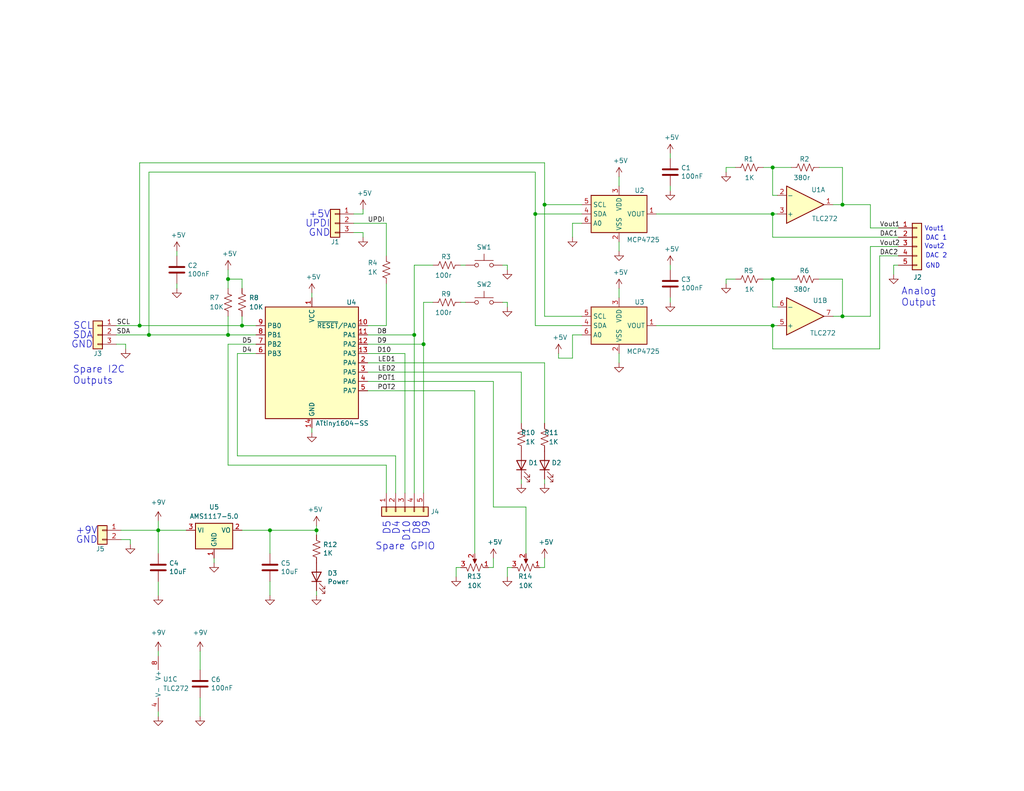
<source format=kicad_sch>
(kicad_sch (version 20250114) (generator "eeschema") (generator_version "9.0")
  (paper "USLetter")
  (title_block (title "ATTiny LFO") (date "2025-05-06") (rev "1") (company "Gadget Reboot") (comment 1 "https://www.youtube.com/gadgetreboot") (comment 2 "https://github.com/GadgetReboot/ATTiny_LFO"))
  (lib_symbols
    (symbol "Amplifier_Operational:TL072" (pin_names (offset 0.127))
      (property "Reference" "U" (at 0 5.08 0))
      (property "Value" "TL072" (at 0 -5.08 0))
      (symbol "TL072_1_1"
        (polyline (pts (xy -5.08 5.08) (xy 5.08 0) (xy -5.08 -5.08) (xy -5.08 5.08)) (stroke (width 0.254)) (fill (type background)))
        (pin input line (at -7.62 2.54 0) (length 2.54) (name "+") (number "3"))
        (pin input line (at -7.62 -2.54 0) (length 2.54) (name "-") (number "2"))
        (pin output line (at 7.62 0 180) (length 2.54) (name "~") (number "1"))
      )
      (symbol "TL072_2_1"
        (polyline (pts (xy -5.08 5.08) (xy 5.08 0) (xy -5.08 -5.08) (xy -5.08 5.08)) (stroke (width 0.254)) (fill (type background)))
        (pin input line (at -7.62 2.54 0) (length 2.54) (name "+") (number "5"))
        (pin input line (at -7.62 -2.54 0) (length 2.54) (name "-") (number "6"))
        (pin output line (at 7.62 0 180) (length 2.54) (name "~") (number "7"))
      )
      (symbol "TL072_3_1"
        (pin power_in line (at -2.54 7.62 270) (length 3.81) (name "V+") (number "8"))
        (pin power_in line (at -2.54 -7.62 90) (length 3.81) (name "V-") (number "4"))
      )
    )
    (symbol "Analog_DAC:MCP4725xxx-xCH"
      (property "Reference" "U" (at -6.35 6.35 0))
      (property "Value" "MCP4725xxx-xCH" (at 8.89 6.35 0))
      (symbol "MCP4725xxx-xCH_0_1"
        (rectangle (start -7.62 5.08) (end 7.62 -5.08) (stroke (width 0.254)) (fill (type background)))
      )
      (symbol "MCP4725xxx-xCH_1_1"
        (pin input line (at -10.16 2.54 0) (length 2.54) (name "SCL") (number "5"))
        (pin bidirectional line (at -10.16 0 0) (length 2.54) (name "SDA") (number "4"))
        (pin input line (at -10.16 -2.54 0) (length 2.54) (name "A0") (number "6"))
        (pin power_in line (at 0 7.62 270) (length 2.54) (name "VDD") (number "3"))
        (pin power_in line (at 0 -7.62 90) (length 2.54) (name "VSS") (number "2"))
        (pin output line (at 10.16 0 180) (length 2.54) (name "VOUT") (number "1"))
      )
    )
    (symbol "Connector_Generic:Conn_01x02" (pin_names (offset 1.016) (hide yes))
      (property "Reference" "J" (at 0 2.54 0))
      (property "Value" "Conn_01x02" (at 0 -5.08 0))
      (symbol "Conn_01x02_1_1"
        (rectangle (start -1.27 1.27) (end 1.27 -3.81) (stroke (width 0.254)) (fill (type background)))
        (rectangle (start -1.27 0.127) (end 0 -0.127) (stroke (width 0.1524)))
        (rectangle (start -1.27 -2.413) (end 0 -2.667) (stroke (width 0.1524)))
        (pin passive line (at -5.08 0 0) (length 3.81) (name "Pin_1") (number "1"))
        (pin passive line (at -5.08 -2.54 0) (length 3.81) (name "Pin_2") (number "2"))
      )
    )
    (symbol "Connector_Generic:Conn_01x03" (pin_names (offset 1.016) (hide yes))
      (property "Reference" "J" (at 0 5.08 0))
      (property "Value" "Conn_01x03" (at 0 -5.08 0))
      (symbol "Conn_01x03_1_1"
        (rectangle (start -1.27 3.81) (end 1.27 -3.81) (stroke (width 0.254)) (fill (type background)))
        (rectangle (start -1.27 2.667) (end 0 2.413) (stroke (width 0.1524)))
        (rectangle (start -1.27 0.127) (end 0 -0.127) (stroke (width 0.1524)))
        (rectangle (start -1.27 -2.413) (end 0 -2.667) (stroke (width 0.1524)))
        (pin passive line (at -5.08 2.54 0) (length 3.81) (name "Pin_1") (number "1"))
        (pin passive line (at -5.08 0 0) (length 3.81) (name "Pin_2") (number "2"))
        (pin passive line (at -5.08 -2.54 0) (length 3.81) (name "Pin_3") (number "3"))
      )
    )
    (symbol "Connector_Generic:Conn_01x05" (pin_names (offset 1.016) (hide yes))
      (property "Reference" "J" (at 0 7.62 0))
      (property "Value" "Conn_01x05" (at 0 -7.62 0))
      (symbol "Conn_01x05_1_1"
        (rectangle (start -1.27 6.35) (end 1.27 -6.35) (stroke (width 0.254)) (fill (type background)))
        (rectangle (start -1.27 5.207) (end 0 4.953) (stroke (width 0.1524)))
        (rectangle (start -1.27 2.667) (end 0 2.413) (stroke (width 0.1524)))
        (rectangle (start -1.27 0.127) (end 0 -0.127) (stroke (width 0.1524)))
        (rectangle (start -1.27 -2.413) (end 0 -2.667) (stroke (width 0.1524)))
        (rectangle (start -1.27 -4.953) (end 0 -5.207) (stroke (width 0.1524)))
        (pin passive line (at -5.08 5.08 0) (length 3.81) (name "Pin_1") (number "1"))
        (pin passive line (at -5.08 2.54 0) (length 3.81) (name "Pin_2") (number "2"))
        (pin passive line (at -5.08 0 0) (length 3.81) (name "Pin_3") (number "3"))
        (pin passive line (at -5.08 -2.54 0) (length 3.81) (name "Pin_4") (number "4"))
        (pin passive line (at -5.08 -5.08 0) (length 3.81) (name "Pin_5") (number "5"))
      )
    )
    (symbol "Device:C" (pin_numbers (hide yes)) (pin_names (offset 0.254))
      (property "Reference" "C" (at 0.635 2.54 0))
      (property "Value" "C" (at 0.635 -2.54 0))
      (symbol "C_0_1"
        (polyline (pts (xy -2.032 0.762) (xy 2.032 0.762)) (stroke (width 0.508)))
        (polyline (pts (xy -2.032 -0.762) (xy 2.032 -0.762)) (stroke (width 0.508)))
      )
      (symbol "C_1_1"
        (pin passive line (at 0 3.81 270) (length 2.794) (name "~") (number "1"))
        (pin passive line (at 0 -3.81 90) (length 2.794) (name "~") (number "2"))
      )
    )
    (symbol "Device:LED" (pin_numbers (hide yes)) (pin_names (offset 1.016) (hide yes))
      (property "Reference" "D" (at 0 2.54 0))
      (property "Value" "LED" (at 0 -2.54 0))
      (symbol "LED_0_1"
        (polyline (pts (xy -3.048 -0.762) (xy -4.572 -2.286) (xy -3.81 -2.286) (xy -4.572 -2.286) (xy -4.572 -1.524)))
        (polyline (pts (xy -1.778 -0.762) (xy -3.302 -2.286) (xy -2.54 -2.286) (xy -3.302 -2.286) (xy -3.302 -1.524)))
        (polyline (pts (xy -1.27 0) (xy 1.27 0)))
        (polyline (pts (xy -1.27 -1.27) (xy -1.27 1.27)) (stroke (width 0.254)))
        (polyline (pts (xy 1.27 -1.27) (xy 1.27 1.27) (xy -1.27 0) (xy 1.27 -1.27)) (stroke (width 0.254)))
      )
      (symbol "LED_1_1"
        (pin passive line (at -3.81 0 0) (length 2.54) (name "K") (number "1"))
        (pin passive line (at 3.81 0 180) (length 2.54) (name "A") (number "2"))
      )
    )
    (symbol "Device:R_POT_US" (pin_names (offset 1.016) (hide yes))
      (property "Reference" "RV" (at -4.445 0 90))
      (property "Value" "Device_R_POT_US" (at -2.54 0 90))
      (symbol "R_POT_US_0_1"
        (polyline (pts (xy 0 2.54) (xy 0 2.286)))
        (polyline (pts (xy 0 2.286) (xy 1.016 1.905) (xy 0 1.524) (xy -1.016 1.143) (xy 0 0.762)))
        (polyline (pts (xy 0 0.762) (xy 1.016 0.381) (xy 0 0) (xy -1.016 -0.381) (xy 0 -0.762)))
        (polyline (pts (xy 0 -0.762) (xy 1.016 -1.143) (xy 0 -1.524) (xy -1.016 -1.905) (xy 0 -2.286)))
        (polyline (pts (xy 0 -2.286) (xy 0 -2.54)))
        (polyline (pts (xy 1.143 0) (xy 2.286 0.508) (xy 2.286 -0.508) (xy 1.143 0)) (fill (type outline)))
        (polyline (pts (xy 2.54 0) (xy 1.524 0)))
      )
      (symbol "R_POT_US_1_1"
        (pin passive line (at 0 3.81 270) (length 1.27) (name "1") (number "1"))
        (pin passive line (at 0 -3.81 90) (length 1.27) (name "3") (number "3"))
        (pin passive line (at 3.81 0 180) (length 1.27) (name "2") (number "2"))
      )
    )
    (symbol "Device:R_US" (pin_numbers (hide yes)) (pin_names (offset 0))
      (property "Reference" "R" (at 2.54 0 90))
      (property "Value" "R_US" (at -2.54 0 90))
      (symbol "R_US_0_1"
        (polyline (pts (xy 0 2.286) (xy 0 2.54)))
        (polyline (pts (xy 0 2.286) (xy 1.016 1.905) (xy 0 1.524) (xy -1.016 1.143) (xy 0 0.762)))
        (polyline (pts (xy 0 0.762) (xy 1.016 0.381) (xy 0 0) (xy -1.016 -0.381) (xy 0 -0.762)))
        (polyline (pts (xy 0 -0.762) (xy 1.016 -1.143) (xy 0 -1.524) (xy -1.016 -1.905) (xy 0 -2.286)))
        (polyline (pts (xy 0 -2.286) (xy 0 -2.54)))
      )
      (symbol "R_US_1_1"
        (pin passive line (at 0 3.81 270) (length 1.27) (name "~") (number "1"))
        (pin passive line (at 0 -3.81 90) (length 1.27) (name "~") (number "2"))
      )
    )
    (symbol "GR_555_Noise_Box-rescue:+5V-power" (power) (pin_names (offset 0))
      (property "Value" "power_+5V" (at 0 3.556 0))
      (symbol "+5V-power_0_1"
        (polyline (pts (xy -0.762 1.27) (xy 0 2.54)))
        (polyline (pts (xy 0 2.54) (xy 0.762 1.27)))
        (polyline (pts (xy 0 0) (xy 0 2.54)))
      )
      (symbol "+5V-power_1_1"
        (pin power_in line (at 0 0 90) (length 0) (hide yes) (name "+5V") (number "1"))
      )
    )
    (symbol "GR_555_Noise_Box-rescue:ATtiny804-SS-MCU_Microchip_ATtiny"
      (property "Reference" "U" (at -12.7 16.51 0))
      (property "Value" "MCU_Microchip_ATtiny_ATtiny804-SS" (at 2.54 -16.51 0))
      (symbol "ATtiny804-SS-MCU_Microchip_ATtiny_0_1"
        (rectangle (start -12.7 -15.24) (end 12.7 15.24) (stroke (width 0.254)) (fill (type background)))
      )
      (symbol "ATtiny804-SS-MCU_Microchip_ATtiny_1_1"
        (pin tri_state line (at -15.24 10.16 0) (length 2.54) (name "PB0") (number "9"))
        (pin tri_state line (at -15.24 7.62 0) (length 2.54) (name "PB1") (number "8"))
        (pin tri_state line (at -15.24 5.08 0) (length 2.54) (name "PB2") (number "7"))
        (pin tri_state line (at -15.24 2.54 0) (length 2.54) (name "PB3") (number "6"))
        (pin power_in line (at 0 17.78 270) (length 2.54) (name "VCC") (number "1"))
        (pin power_in line (at 0 -17.78 90) (length 2.54) (name "GND") (number "14"))
        (pin tri_state line (at 15.24 10.16 180) (length 2.54) (name "~{RESET}/PA0") (number "10"))
        (pin tri_state line (at 15.24 7.62 180) (length 2.54) (name "PA1") (number "11"))
        (pin tri_state line (at 15.24 5.08 180) (length 2.54) (name "PA2") (number "12"))
        (pin tri_state line (at 15.24 2.54 180) (length 2.54) (name "PA3") (number "13"))
        (pin tri_state line (at 15.24 0 180) (length 2.54) (name "PA4") (number "2"))
        (pin tri_state line (at 15.24 -2.54 180) (length 2.54) (name "PA5") (number "3"))
        (pin tri_state line (at 15.24 -5.08 180) (length 2.54) (name "PA6") (number "4"))
        (pin tri_state line (at 15.24 -7.62 180) (length 2.54) (name "PA7") (number "5"))
      )
    )
    (symbol "GR_555_Noise_Box-rescue:GND-power" (power) (pin_names (offset 0))
      (property "Value" "power_GND" (at 0 -3.81 0))
      (symbol "GND-power_0_1"
        (polyline (pts (xy 0 0) (xy 0 -1.27) (xy 1.27 -1.27) (xy 0 -2.54) (xy -1.27 -1.27) (xy 0 -1.27)))
      )
      (symbol "GND-power_1_1"
        (pin power_in line (at 0 0 270) (length 0) (hide yes) (name "GND") (number "1"))
      )
    )
    (symbol "Regulator_Linear:AMS1117-5.0"
      (property "Reference" "U" (at -3.81 3.175 0))
      (property "Value" "AMS1117-5.0" (at 0 3.175 0))
      (symbol "AMS1117-5.0_0_1"
        (rectangle (start -5.08 -5.08) (end 5.08 1.905) (stroke (width 0.254)) (fill (type background)))
      )
      (symbol "AMS1117-5.0_1_1"
        (pin power_in line (at -7.62 0 0) (length 2.54) (name "VI") (number "3"))
        (pin power_in line (at 0 -7.62 90) (length 2.54) (name "GND") (number "1"))
        (pin power_out line (at 7.62 0 180) (length 2.54) (name "VO") (number "2"))
      )
    )
    (symbol "Switch:SW_Push" (pin_numbers (hide yes)) (pin_names (offset 1.016) (hide yes))
      (property "Reference" "SW" (at 1.27 2.54 0))
      (property "Value" "SW_Push" (at 0 -1.524 0))
      (symbol "SW_Push_0_1"
        (circle (center -2.032 0) (radius 0.508))
        (polyline (pts (xy 0 1.27) (xy 0 3.048)))
        (circle (center 2.032 0) (radius 0.508))
        (polyline (pts (xy 2.54 1.27) (xy -2.54 1.27)))
        (pin passive line (at -5.08 0 0) (length 2.54) (name "1") (number "1"))
        (pin passive line (at 5.08 0 180) (length 2.54) (name "2") (number "2"))
      )
    )
    (symbol "power:+9V" (power) (pin_numbers (hide yes)) (pin_names (offset 0) (hide yes))
      (property "Value" "+9V" (at 0 3.556 0))
      (symbol "+9V_0_1"
        (polyline (pts (xy -0.762 1.27) (xy 0 2.54)))
        (polyline (pts (xy 0 2.54) (xy 0.762 1.27)))
        (polyline (pts (xy 0 0) (xy 0 2.54)))
      )
      (symbol "+9V_1_1"
        (pin power_in line (at 0 0 90) (length 0) (name "~") (number "1"))
      )
    )
  )
  (text "D5" (at 106.68 142.24 90) (effects (font (size 1.905 1.905)) (justify right bottom)))
  (text "D9" (at 117.348 142.24 90) (effects (font (size 1.905 1.905)) (justify right bottom)))
  (text "UPDI" (at 90.17 62.23 0) (effects (font (size 1.905 1.905)) (justify right bottom)))
  (text "GND" (at 90.17 64.77 0) (effects (font (size 1.905 1.905)) (justify right bottom)))
  (text "Spare GPIO" (at 102.362 150.368 0) (effects (font (size 1.905 1.905)) (justify left bottom)))
  (text "+5V" (at 90.17 59.69 0) (effects (font (size 1.905 1.905)) (justify right bottom)))
  (text "SDA" (at 25.4 92.71 0) (effects (font (size 1.905 1.905)) (justify right bottom)))
  (text "+9V" (at 26.67 146.05 0) (effects (font (size 1.905 1.905)) (justify right bottom)))
  (text "D4" (at 109.22 142.24 90) (effects (font (size 1.905 1.905)) (justify right bottom)))
  (text "Spare I2C \nOutputs" (at 19.812 105.156 0) (effects (font (size 1.905 1.905)) (justify left bottom)))
  (text "DAC 2" (at 252.476 70.612 0) (effects (font (size 1.27 1.27)) (justify left bottom)))
  (text "D10" (at 112.014 142.24 90) (effects (font (size 1.905 1.905)) (justify right bottom)))
  (text "Vout2\n" (at 252.222 68.072 0) (effects (font (size 1.27 1.27)) (justify left bottom)))
  (text "Vout1" (at 252.222 63.246 0) (effects (font (size 1.27 1.27)) (justify left bottom)))
  (text "DAC 1" (at 252.476 65.786 0) (effects (font (size 1.27 1.27)) (justify left bottom)))
  (text "SCL" (at 25.4 90.17 0) (effects (font (size 1.905 1.905)) (justify right bottom)))
  (text "Analog \nOutput" (at 245.872 83.82 0) (effects (font (size 1.905 1.905)) (justify left bottom)))
  (text "GND" (at 252.476 73.406 0) (effects (font (size 1.27 1.27)) (justify left bottom)))
  (text "D8" (at 114.808 142.24 90) (effects (font (size 1.905 1.905)) (justify right bottom)))
  (text "GND" (at 25.4 95.25 0) (effects (font (size 1.905 1.905)) (justify right bottom)))
  (text "GND" (at 26.67 148.59 0) (effects (font (size 1.905 1.905)) (justify right bottom)))
  (junction (at 40.64 91.44))
  (junction (at 113.03 91.44))
  (junction (at 115.57 93.98))
  (junction (at 62.23 76.2))
  (junction (at 146.05 58.42))
  (junction (at 38.1 88.9))
  (junction (at 229.87 86.36))
  (junction (at 210.82 58.42))
  (junction (at 210.82 76.2))
  (junction (at 229.87 55.88))
  (junction (at 148.59 55.88))
  (junction (at 86.36 144.78))
  (junction (at 62.23 91.44))
  (junction (at 210.82 45.72))
  (junction (at 210.82 88.9))
  (junction (at 73.66 144.78))
  (junction (at 43.18 144.78))
  (junction (at 66.04 88.9))
  (wire (pts (xy 148.59 86.36) (xy 148.59 55.88)))
  (wire (pts (xy 31.75 88.9) (xy 38.1 88.9)))
  (wire (pts (xy 113.03 91.44) (xy 113.03 72.39)))
  (wire (pts (xy 210.82 64.77) (xy 210.82 58.42)))
  (wire (pts (xy 182.88 50.8) (xy 182.88 52.07)))
  (wire (pts (xy 210.82 88.9) (xy 212.09 88.9)))
  (wire (pts (xy 158.75 91.44) (xy 156.21 91.44)))
  (wire (pts (xy 38.1 88.9) (xy 66.04 88.9)))
  (wire (pts (xy 245.11 67.31) (xy 237.49 67.31)))
  (wire (pts (xy 66.04 76.2) (xy 66.04 78.74)))
  (wire (pts (xy 54.61 190.5) (xy 54.61 195.58)))
  (wire (pts (xy 148.59 55.88) (xy 148.59 44.45)))
  (wire (pts (xy 245.11 69.85) (xy 240.03 69.85)))
  (wire (pts (xy 148.59 115.57) (xy 148.59 99.06)))
  (wire (pts (xy 137.16 82.55) (xy 138.43 82.55)))
  (wire (pts (xy 210.82 58.42) (xy 212.09 58.42)))
  (wire (pts (xy 86.36 144.78) (xy 86.36 146.05)))
  (wire (pts (xy 158.75 60.96) (xy 156.21 60.96)))
  (wire (pts (xy 100.33 91.44) (xy 113.03 91.44)))
  (wire (pts (xy 125.73 82.55) (xy 127 82.55)))
  (wire (pts (xy 43.18 144.78) (xy 50.8 144.78)))
  (wire (pts (xy 85.09 118.11) (xy 85.09 116.84)))
  (wire (pts (xy 143.51 151.13) (xy 143.51 138.43)))
  (wire (pts (xy 129.54 151.13) (xy 129.54 106.68)))
  (wire (pts (xy 110.49 134.62) (xy 110.49 96.52)))
  (wire (pts (xy 100.33 99.06) (xy 148.59 99.06)))
  (wire (pts (xy 125.73 72.39) (xy 127 72.39)))
  (wire (pts (xy 198.12 45.72) (xy 198.12 46.99)))
  (wire (pts (xy 99.06 57.15) (xy 99.06 58.42)))
  (wire (pts (xy 66.04 76.2) (xy 62.23 76.2)))
  (wire (pts (xy 152.4 97.79) (xy 152.4 96.52)))
  (wire (pts (xy 146.05 46.99) (xy 40.64 46.99)))
  (wire (pts (xy 156.21 91.44) (xy 156.21 97.79)))
  (wire (pts (xy 43.18 177.8) (xy 43.18 179.07)))
  (wire (pts (xy 100.33 93.98) (xy 115.57 93.98)))
  (wire (pts (xy 237.49 62.23) (xy 237.49 55.88)))
  (wire (pts (xy 245.11 64.77) (xy 210.82 64.77)))
  (wire (pts (xy 31.75 93.98) (xy 34.29 93.98)))
  (wire (pts (xy 240.03 95.25) (xy 210.82 95.25)))
  (wire (pts (xy 237.49 86.36) (xy 229.87 86.36)))
  (wire (pts (xy 245.11 72.39) (xy 243.84 72.39)))
  (wire (pts (xy 115.57 93.98) (xy 115.57 82.55)))
  (wire (pts (xy 158.75 86.36) (xy 148.59 86.36)))
  (wire (pts (xy 38.1 44.45) (xy 38.1 88.9)))
  (wire (pts (xy 210.82 45.72) (xy 215.9 45.72)))
  (wire (pts (xy 142.24 132.08) (xy 142.24 130.81)))
  (wire (pts (xy 229.87 45.72) (xy 229.87 55.88)))
  (wire (pts (xy 179.07 58.42) (xy 210.82 58.42)))
  (wire (pts (xy 243.84 72.39) (xy 243.84 74.93)))
  (wire (pts (xy 208.28 76.2) (xy 210.82 76.2)))
  (wire (pts (xy 138.43 154.94) (xy 138.43 157.48)))
  (wire (pts (xy 182.88 73.66) (xy 182.88 72.39)))
  (wire (pts (xy 100.33 106.68) (xy 129.54 106.68)))
  (wire (pts (xy 69.85 91.44) (xy 62.23 91.44)))
  (wire (pts (xy 182.88 81.28) (xy 182.88 82.55)))
  (wire (pts (xy 54.61 177.8) (xy 54.61 182.88)))
  (wire (pts (xy 100.33 96.52) (xy 110.49 96.52)))
  (wire (pts (xy 210.82 45.72) (xy 210.82 53.34)))
  (wire (pts (xy 33.02 144.78) (xy 43.18 144.78)))
  (wire (pts (xy 69.85 88.9) (xy 66.04 88.9)))
  (wire (pts (xy 73.66 144.78) (xy 73.66 151.13)))
  (wire (pts (xy 142.24 101.6) (xy 142.24 115.57)))
  (wire (pts (xy 147.32 154.94) (xy 148.59 154.94)))
  (wire (pts (xy 34.29 93.98) (xy 34.29 95.25)))
  (wire (pts (xy 66.04 144.78) (xy 73.66 144.78)))
  (wire (pts (xy 43.18 142.24) (xy 43.18 144.78)))
  (wire (pts (xy 99.06 63.5) (xy 99.06 64.77)))
  (wire (pts (xy 146.05 46.99) (xy 146.05 58.42)))
  (wire (pts (xy 210.82 76.2) (xy 215.9 76.2)))
  (wire (pts (xy 115.57 93.98) (xy 115.57 134.62)))
  (wire (pts (xy 139.7 154.94) (xy 138.43 154.94)))
  (wire (pts (xy 200.66 45.72) (xy 198.12 45.72)))
  (wire (pts (xy 31.75 91.44) (xy 40.64 91.44)))
  (wire (pts (xy 85.09 80.01) (xy 85.09 81.28)))
  (wire (pts (xy 223.52 45.72) (xy 229.87 45.72)))
  (wire (pts (xy 96.52 60.96) (xy 105.41 60.96)))
  (wire (pts (xy 66.04 88.9) (xy 66.04 86.36)))
  (wire (pts (xy 99.06 58.42) (xy 96.52 58.42)))
  (wire (pts (xy 105.41 77.47) (xy 105.41 88.9)))
  (wire (pts (xy 148.59 132.08) (xy 148.59 130.81)))
  (wire (pts (xy 240.03 69.85) (xy 240.03 95.25)))
  (wire (pts (xy 86.36 144.78) (xy 86.36 143.51)))
  (wire (pts (xy 148.59 44.45) (xy 38.1 44.45)))
  (wire (pts (xy 107.95 124.46) (xy 64.77 124.46)))
  (wire (pts (xy 168.91 78.74) (xy 168.91 81.28)))
  (wire (pts (xy 137.16 72.39) (xy 138.43 72.39)))
  (wire (pts (xy 43.18 194.31) (xy 43.18 195.58)))
  (wire (pts (xy 182.88 43.18) (xy 182.88 41.91)))
  (wire (pts (xy 105.41 88.9) (xy 100.33 88.9)))
  (wire (pts (xy 179.07 88.9) (xy 210.82 88.9)))
  (wire (pts (xy 223.52 76.2) (xy 229.87 76.2)))
  (wire (pts (xy 212.09 53.34) (xy 210.82 53.34)))
  (wire (pts (xy 100.33 101.6) (xy 142.24 101.6)))
  (wire (pts (xy 156.21 60.96) (xy 156.21 64.77)))
  (wire (pts (xy 73.66 144.78) (xy 86.36 144.78)))
  (wire (pts (xy 168.91 66.04) (xy 168.91 68.58)))
  (wire (pts (xy 124.46 154.94) (xy 124.46 157.48)))
  (wire (pts (xy 158.75 88.9) (xy 146.05 88.9)))
  (wire (pts (xy 143.51 138.43) (xy 134.62 138.43)))
  (wire (pts (xy 245.11 62.23) (xy 237.49 62.23)))
  (wire (pts (xy 105.41 134.62) (xy 105.41 127)))
  (wire (pts (xy 43.18 144.78) (xy 43.18 151.13)))
  (wire (pts (xy 229.87 55.88) (xy 227.33 55.88)))
  (wire (pts (xy 134.62 154.94) (xy 134.62 152.4)))
  (wire (pts (xy 48.26 69.85) (xy 48.26 68.58)))
  (wire (pts (xy 134.62 138.43) (xy 134.62 104.14)))
  (wire (pts (xy 229.87 86.36) (xy 227.33 86.36)))
  (wire (pts (xy 73.66 158.75) (xy 73.66 162.56)))
  (wire (pts (xy 35.56 147.32) (xy 35.56 148.59)))
  (wire (pts (xy 62.23 91.44) (xy 62.23 86.36)))
  (wire (pts (xy 40.64 91.44) (xy 62.23 91.44)))
  (wire (pts (xy 208.28 45.72) (xy 210.82 45.72)))
  (wire (pts (xy 100.33 104.14) (xy 134.62 104.14)))
  (wire (pts (xy 200.66 76.2) (xy 198.12 76.2)))
  (wire (pts (xy 146.05 88.9) (xy 146.05 58.42)))
  (wire (pts (xy 212.09 83.82) (xy 210.82 83.82)))
  (wire (pts (xy 40.64 46.99) (xy 40.64 91.44)))
  (wire (pts (xy 64.77 124.46) (xy 64.77 96.52)))
  (wire (pts (xy 43.18 158.75) (xy 43.18 162.56)))
  (wire (pts (xy 113.03 91.44) (xy 113.03 134.62)))
  (wire (pts (xy 210.82 95.25) (xy 210.82 88.9)))
  (wire (pts (xy 58.42 152.4) (xy 58.42 153.67)))
  (wire (pts (xy 138.43 82.55) (xy 138.43 83.82)))
  (wire (pts (xy 105.41 60.96) (xy 105.41 69.85)))
  (wire (pts (xy 168.91 96.52) (xy 168.91 99.06)))
  (wire (pts (xy 86.36 162.56) (xy 86.36 161.29)))
  (wire (pts (xy 168.91 48.26) (xy 168.91 50.8)))
  (wire (pts (xy 148.59 154.94) (xy 148.59 152.4)))
  (wire (pts (xy 148.59 55.88) (xy 158.75 55.88)))
  (wire (pts (xy 64.77 96.52) (xy 69.85 96.52)))
  (wire (pts (xy 96.52 63.5) (xy 99.06 63.5)))
  (wire (pts (xy 113.03 72.39) (xy 118.11 72.39)))
  (wire (pts (xy 133.35 154.94) (xy 134.62 154.94)))
  (wire (pts (xy 210.82 76.2) (xy 210.82 83.82)))
  (wire (pts (xy 107.95 134.62) (xy 107.95 124.46)))
  (wire (pts (xy 237.49 67.31) (xy 237.49 86.36)))
  (wire (pts (xy 229.87 76.2) (xy 229.87 86.36)))
  (wire (pts (xy 125.73 154.94) (xy 124.46 154.94)))
  (wire (pts (xy 115.57 82.55) (xy 118.11 82.55)))
  (wire (pts (xy 62.23 127) (xy 62.23 93.98)))
  (wire (pts (xy 156.21 97.79) (xy 152.4 97.79)))
  (wire (pts (xy 158.75 58.42) (xy 146.05 58.42)))
  (wire (pts (xy 198.12 76.2) (xy 198.12 77.47)))
  (wire (pts (xy 62.23 76.2) (xy 62.23 78.74)))
  (wire (pts (xy 237.49 55.88) (xy 229.87 55.88)))
  (wire (pts (xy 69.85 93.98) (xy 62.23 93.98)))
  (wire (pts (xy 48.26 77.47) (xy 48.26 78.74)))
  (wire (pts (xy 138.43 72.39) (xy 138.43 73.66)))
  (wire (pts (xy 105.41 127) (xy 62.23 127)))
  (wire (pts (xy 62.23 73.66) (xy 62.23 76.2)))
  (wire (pts (xy 33.02 147.32) (xy 35.56 147.32)))
  (label "D10" (at 102.87 96.52 0))
  (label "D9" (at 102.87 93.98 0))
  (label "LED2" (at 107.95 101.6 180))
  (label "POT2" (at 107.95 106.68 180))
  (label "UPDI" (at 100.33 60.96 0))
  (label "Vout2" (at 240.03 67.31 0))
  (label "SDA" (at 35.56 91.44 180))
  (label "LED1" (at 107.95 99.06 180))
  (label "SCL" (at 35.56 88.9 180))
  (label "POT1" (at 107.95 104.14 180))
  (label "D8" (at 102.87 91.44 0))
  (label "Vout1" (at 240.03 62.23 0))
  (label "DAC1" (at 240.03 64.77 0))
  (label "D4" (at 66.04 96.52 0))
  (label "DAC2" (at 240.03 69.85 0))
  (label "D5" (at 66.04 93.98 0))
  (symbol (lib_id "Device:R_US") (at 86.36 149.86 0) (unit 1)
    (property "Reference" "R12" (at 88.138 148.6916 0) (effects (justify left)))
    (property "Value" "1K" (at 88.138 151.003 0) (effects (justify left)))
    (property "Footprint" "Resistor_SMD:R_0805_2012Metric_Pad1.15x1.40mm_HandSolder" (effects (hide yes)))
  )
  (symbol (lib_id "Device:LED") (at 86.36 157.48 90) (unit 1)
    (property "Reference" "D3" (at 89.3572 156.5148 90) (effects (justify right)))
    (property "Value" "Power" (at 89.3572 158.8262 90) (effects (justify right)))
    (property "Footprint" "LED_SMD:LED_0805_2012Metric_Pad1.15x1.40mm_HandSolder" (effects (hide yes)))
  )
  (symbol (lib_id "GR_555_Noise_Box-rescue:GND-power") (at 86.36 162.56 0) (unit 1)
    (property "Reference" "#PWR036" (effects (hide yes)))
    (property "Value" "GND" (effects (hide yes)))
  )
  (symbol (lib_id "Switch:SW_Push") (at 132.08 82.55 0) (unit 1)
    (property "Reference" "SW2" (at 132.08 77.6478 0))
    (property "Value" "SW_Push" (effects (hide yes)))
    (property "Footprint" "_Pot:SW_SPST_60x35" (effects (hide yes)))
  )
  (symbol (lib_id "Switch:SW_Push") (at 132.08 72.39 0) (unit 1)
    (property "Reference" "SW1" (at 132.08 67.4878 0))
    (property "Value" "SW_Push" (effects (hide yes)))
    (property "Footprint" "_Pot:SW_SPST_60x35" (effects (hide yes)))
  )
  (symbol (lib_id "GR_555_Noise_Box-rescue:GND-power") (at 73.66 162.56 0) (unit 1)
    (property "Reference" "#PWR035" (effects (hide yes)))
    (property "Value" "GND" (effects (hide yes)))
  )
  (symbol (lib_id "Device:R_US") (at 62.23 82.55 0) (unit 1)
    (property "Reference" "R7" (at 57.15 81.28 0) (effects (justify left)))
    (property "Value" "10K" (at 57.15 83.82 0) (effects (justify left)))
    (property "Footprint" "Resistor_SMD:R_0805_2012Metric_Pad1.15x1.40mm_HandSolder" (effects (hide yes)))
  )
  (symbol (lib_id "Device:R_US") (at 66.04 82.55 0) (unit 1)
    (property "Reference" "R8" (at 67.945 81.28 0) (effects (justify left)))
    (property "Value" "10K" (at 67.945 83.82 0) (effects (justify left)))
    (property "Footprint" "Resistor_SMD:R_0805_2012Metric_Pad1.15x1.40mm_HandSolder" (effects (hide yes)))
  )
  (symbol (lib_id "GR_555_Noise_Box-rescue:+5V-power") (at 62.23 73.66 0) (unit 1)
    (property "Reference" "#PWR011" (effects (hide yes)))
    (property "Value" "+5V" (at 62.611 69.2658 0))
  )
  (symbol (lib_id "Device:R_US") (at 142.24 119.38 180) (unit 1)
    (property "Reference" "R10" (at 146.05 118.11 0) (effects (justify left)))
    (property "Value" "1K" (at 146.05 120.65 0) (effects (justify left)))
    (property "Footprint" "Resistor_SMD:R_0805_2012Metric_Pad1.15x1.40mm_HandSolder" (effects (hide yes)))
  )
  (symbol (lib_id "Device:LED") (at 142.24 127 90) (unit 1)
    (property "Reference" "D1" (at 144.145 126.365 90) (effects (justify right)))
    (property "Value" "LED" (effects (hide yes)))
    (property "Footprint" "LED_SMD:LED_0805_2012Metric_Pad1.15x1.40mm_HandSolder" (effects (hide yes)))
  )
  (symbol (lib_id "Device:C") (at 48.26 73.66 0) (unit 1)
    (property "Reference" "C2" (at 51.181 72.4916 0) (effects (justify left)))
    (property "Value" "100nF" (at 51.181 74.803 0) (effects (justify left)))
    (property "Footprint" "Capacitor_SMD:C_0805_2012Metric_Pad1.18x1.45mm_HandSolder" (effects (hide yes)))
  )
  (symbol (lib_id "GR_555_Noise_Box-rescue:GND-power") (at 48.26 78.74 0) (unit 1)
    (property "Reference" "#PWR015" (effects (hide yes)))
    (property "Value" "GND" (effects (hide yes)))
  )
  (symbol (lib_id "GR_555_Noise_Box-rescue:+5V-power") (at 48.26 68.58 0) (unit 1)
    (property "Reference" "#PWR08" (effects (hide yes)))
    (property "Value" "+5V" (at 48.641 64.1858 0))
  )
  (symbol (lib_id "GR_555_Noise_Box-rescue:ATtiny804-SS-MCU_Microchip_ATtiny") (at 85.09 99.06 0) (unit 1)
    (property "Reference" "U4" (at 95.885 82.55 0))
    (property "Value" "ATtiny1604-SS" (at 93.345 115.57 0))
    (property "Footprint" "Package_SO:SOIC-14_3.9x8.7mm_P1.27mm" (effects (hide yes)))
    (property "Datasheet" "http://ww1.microchip.com/downloads/en/DeviceDoc/ATtiny804_1604-Data-Sheet-40002028A.pdf" (effects (hide yes)))
  )
  (symbol (lib_id "GR_555_Noise_Box-rescue:+5V-power") (at 85.09 80.01 0) (unit 1)
    (property "Reference" "#PWR017" (effects (hide yes)))
    (property "Value" "+5V" (at 85.471 75.6158 0))
  )
  (symbol (lib_id "GR_555_Noise_Box-rescue:GND-power") (at 85.09 118.11 0) (unit 1)
    (property "Reference" "#PWR023" (effects (hide yes)))
    (property "Value" "GND" (effects (hide yes)))
  )
  (symbol (lib_id "Connector_Generic:Conn_01x03") (at 91.44 60.96 0) (mirror y) (unit 1)
    (property "Reference" "J1" (at 91.44 66.04 0))
    (property "Value" "Conn_01x03" (effects (hide yes)))
    (property "Footprint" "Connector_PinHeader_2.54mm:PinHeader_1x03_P2.54mm_Vertical" (effects (hide yes)))
  )
  (symbol (lib_id "GR_555_Noise_Box-rescue:+5V-power") (at 99.06 57.15 0) (unit 1)
    (property "Reference" "#PWR05" (effects (hide yes)))
    (property "Value" "+5V" (at 99.441 52.7558 0))
  )
  (symbol (lib_id "GR_555_Noise_Box-rescue:GND-power") (at 99.06 64.77 0) (unit 1)
    (property "Reference" "#PWR06" (effects (hide yes)))
    (property "Value" "GND" (effects (hide yes)))
  )
  (symbol (lib_id "Device:R_US") (at 105.41 73.66 0) (unit 1)
    (property "Reference" "R4" (at 100.33 71.755 0) (effects (justify left)))
    (property "Value" "1K" (at 100.33 74.295 0) (effects (justify left)))
    (property "Footprint" "Resistor_SMD:R_0805_2012Metric_Pad1.15x1.40mm_HandSolder" (effects (hide yes)))
  )
  (symbol (lib_id "GR_555_Noise_Box-rescue:+5V-power") (at 86.36 143.51 0) (mirror y) (unit 1)
    (property "Reference" "#PWR027" (effects (hide yes)))
    (property "Value" "+5V" (at 85.979 139.1158 0))
  )
  (symbol (lib_id "GR_555_Noise_Box-rescue:GND-power") (at 35.56 148.59 0) (mirror y) (unit 1)
    (property "Reference" "#PWR028" (effects (hide yes)))
    (property "Value" "GND" (effects (hide yes)))
  )
  (symbol (lib_id "GR_555_Noise_Box-rescue:GND-power") (at 142.24 132.08 0) (unit 1)
    (property "Reference" "#PWR024" (effects (hide yes)))
    (property "Value" "GND" (effects (hide yes)))
  )
  (symbol (lib_id "Device:R_US") (at 148.59 119.38 180) (unit 1)
    (property "Reference" "R11" (at 152.4 118.11 0) (effects (justify left)))
    (property "Value" "1K" (at 152.4 120.65 0) (effects (justify left)))
    (property "Footprint" "Resistor_SMD:R_0805_2012Metric_Pad1.15x1.40mm_HandSolder" (effects (hide yes)))
  )
  (symbol (lib_id "Device:LED") (at 148.59 127 90) (unit 1)
    (property "Reference" "D2" (at 150.495 126.365 90) (effects (justify right)))
    (property "Value" "LED" (effects (hide yes)))
    (property "Footprint" "LED_SMD:LED_0805_2012Metric_Pad1.15x1.40mm_HandSolder" (effects (hide yes)))
  )
  (symbol (lib_id "GR_555_Noise_Box-rescue:GND-power") (at 148.59 132.08 0) (unit 1)
    (property "Reference" "#PWR025" (effects (hide yes)))
    (property "Value" "GND" (effects (hide yes)))
  )
  (symbol (lib_id "Connector_Generic:Conn_01x02") (at 27.94 144.78 0) (mirror y) (unit 1)
    (property "Reference" "J5" (at 28.575 149.86 0) (effects (justify left)))
    (property "Value" "1x2" (effects (hide yes)))
    (property "Footprint" "Connector_PinHeader_2.54mm:PinHeader_1x02_P2.54mm_Vertical" (effects (hide yes)))
  )
  (symbol (lib_id "Connector_Generic:Conn_01x03") (at 26.67 91.44 0) (mirror y) (unit 1)
    (property "Reference" "J3" (at 26.67 96.52 0))
    (property "Value" "Conn_01x03" (effects (hide yes)))
    (property "Footprint" "Connector_PinHeader_2.54mm:PinHeader_1x03_P2.54mm_Vertical" (effects (hide yes)))
  )
  (symbol (lib_id "GR_555_Noise_Box-rescue:GND-power") (at 34.29 95.25 0) (unit 1)
    (property "Reference" "#PWR020" (effects (hide yes)))
    (property "Value" "GND" (effects (hide yes)))
  )
  (symbol (lib_id "Device:R_US") (at 204.47 45.72 90) (unit 1)
    (property "Reference" "R1" (at 205.613 43.434 90) (effects (justify left)))
    (property "Value" "1K" (at 205.867 48.514 90) (effects (justify left)))
    (property "Footprint" "Resistor_SMD:R_0805_2012Metric_Pad1.15x1.40mm_HandSolder" (effects (hide yes)))
  )
  (symbol (lib_id "Connector_Generic:Conn_01x05") (at 110.49 139.7 90) (mirror x) (unit 1)
    (property "Reference" "J4" (at 119.8879 139.7 90) (effects (justify left)))
    (property "Value" "Conn_01x05" (effects (hide yes)))
    (property "Footprint" "Connector_PinHeader_2.54mm:PinHeader_1x05_P2.54mm_Vertical" (effects (hide yes)))
    (property "Description" "Generic connector, single row, 01x05, script generated (kicad-library-utils/schlib/autogen/connector/)" (effects (hide yes)))
  )
  (symbol (lib_id "GR_555_Noise_Box-rescue:GND-power") (at 54.61 195.58 0) (unit 1)
    (property "Reference" "#PWR040" (effects (hide yes)))
    (property "Value" "GND" (effects (hide yes)))
  )
  (symbol (lib_id "Analog_DAC:MCP4725xxx-xCH") (at 168.91 58.42 0) (unit 1)
    (property "Reference" "U2" (at 174.498 51.9998 0))
    (property "Value" "MCP4725" (at 175.514 65.4618 0))
    (property "Footprint" "Package_TO_SOT_SMD:SOT-23-6" (effects (hide yes)))
    (property "Datasheet" "http://ww1.microchip.com/downloads/en/DeviceDoc/22039d.pdf" (effects (hide yes)))
    (property "Description" "12-bit Digital-to-Analog Converter, integrated EEPROM, I2C interface, SOT-23-6" (effects (hide yes)))
  )
  (symbol (lib_id "GR_555_Noise_Box-rescue:GND-power") (at 198.12 77.47 0) (unit 1)
    (property "Reference" "#PWR014" (effects (hide yes)))
    (property "Value" "GND" (effects (hide yes)))
  )
  (symbol (lib_id "GR_555_Noise_Box-rescue:GND-power") (at 43.18 195.58 0) (unit 1)
    (property "Reference" "#PWR039" (effects (hide yes)))
    (property "Value" "GND" (effects (hide yes)))
  )
  (symbol (lib_id "Device:R_US") (at 219.71 76.2 90) (unit 1)
    (property "Reference" "R6" (at 220.853 73.914 90) (effects (justify left)))
    (property "Value" "380r" (at 221.107 78.994 90) (effects (justify left)))
    (property "Footprint" "Resistor_SMD:R_0805_2012Metric_Pad1.15x1.40mm_HandSolder" (effects (hide yes)))
  )
  (symbol (lib_id "Device:C") (at 182.88 77.47 0) (unit 1)
    (property "Reference" "C3" (at 185.801 76.3016 0) (effects (justify left)))
    (property "Value" "100nF" (at 185.801 78.613 0) (effects (justify left)))
    (property "Footprint" "Capacitor_SMD:C_0805_2012Metric_Pad1.15x1.40mm_HandSolder" (effects (hide yes)))
  )
  (symbol (lib_id "GR_555_Noise_Box-rescue:GND-power") (at 43.18 162.56 0) (unit 1)
    (property "Reference" "#PWR034" (effects (hide yes)))
    (property "Value" "GND" (effects (hide yes)))
  )
  (symbol (lib_id "Device:R_US") (at 121.92 72.39 90) (unit 1)
    (property "Reference" "R3" (at 123.063 70.104 90) (effects (justify left)))
    (property "Value" "100r" (at 123.317 75.184 90) (effects (justify left)))
    (property "Footprint" "Resistor_SMD:R_0805_2012Metric_Pad1.15x1.40mm_HandSolder" (effects (hide yes)))
  )
  (symbol (lib_id "GR_555_Noise_Box-rescue:GND-power") (at 243.84 74.93 0) (unit 1)
    (property "Reference" "#PWR013" (effects (hide yes)))
    (property "Value" "GND" (effects (hide yes)))
  )
  (symbol (lib_id "Amplifier_Operational:TL072") (at 219.71 86.36 0) (mirror x) (unit 2)
    (property "Reference" "U1" (at 223.774 82.042 0))
    (property "Value" "TLC272" (at 224.536 90.932 0))
    (property "Footprint" "Package_SO:SOIC-8_3.9x4.9mm_P1.27mm" (effects (hide yes)))
    (property "Datasheet" "http://www.ti.com/lit/ds/symlink/tl071.pdf" (effects (hide yes)))
    (property "Description" "Dual Low-Noise JFET-Input Operational Amplifiers, DIP-8/SOIC-8" (effects (hide yes)))
  )
  (symbol (lib_id "GR_555_Noise_Box-rescue:+5V-power") (at 168.91 48.26 0) (unit 1)
    (property "Reference" "#PWR03" (effects (hide yes)))
    (property "Value" "+5V" (at 169.291 43.8658 0))
  )
  (symbol (lib_id "GR_555_Noise_Box-rescue:GND-power") (at 168.91 99.06 0) (unit 1)
    (property "Reference" "#PWR022" (effects (hide yes)))
    (property "Value" "GND" (effects (hide yes)))
  )
  (symbol (lib_id "power:+9V") (at 43.18 142.24 0) (unit 1)
    (property "Reference" "#PWR026" (effects (hide yes)))
    (property "Value" "+9V" (at 43.18 137.16 0))
    (property "Description" "Power symbol creates a global label with name \"+9V\"" (effects (hide yes)))
  )
  (symbol (lib_id "GR_555_Noise_Box-rescue:+5V-power") (at 148.59 152.4 0) (unit 1)
    (property "Reference" "#PWR030" (effects (hide yes)))
    (property "Value" "+5V" (at 148.971 148.0058 0))
  )
  (symbol (lib_id "Device:R_US") (at 121.92 82.55 90) (unit 1)
    (property "Reference" "R9" (at 123.063 80.264 90) (effects (justify left)))
    (property "Value" "100r" (at 123.317 85.344 90) (effects (justify left)))
    (property "Footprint" "Resistor_SMD:R_0805_2012Metric_Pad1.15x1.40mm_HandSolder" (effects (hide yes)))
  )
  (symbol (lib_id "GR_555_Noise_Box-rescue:GND-power") (at 198.12 46.99 0) (unit 1)
    (property "Reference" "#PWR02" (effects (hide yes)))
    (property "Value" "GND" (effects (hide yes)))
  )
  (symbol (lib_id "Device:C") (at 73.66 154.94 0) (unit 1)
    (property "Reference" "C5" (at 76.581 153.7716 0) (effects (justify left)))
    (property "Value" "10uF" (at 76.581 156.083 0) (effects (justify left)))
    (property "Footprint" "Capacitor_SMD:C_0805_2012Metric_Pad1.15x1.40mm_HandSolder" (effects (hide yes)))
  )
  (symbol (lib_id "GR_555_Noise_Box-rescue:GND-power") (at 58.42 153.67 0) (unit 1)
    (property "Reference" "#PWR031" (effects (hide yes)))
    (property "Value" "GND" (effects (hide yes)))
  )
  (symbol (lib_id "GR_555_Noise_Box-rescue:GND-power") (at 168.91 68.58 0) (unit 1)
    (property "Reference" "#PWR09" (effects (hide yes)))
    (property "Value" "GND" (effects (hide yes)))
  )
  (symbol (lib_id "Device:R_POT_US") (at 129.54 154.94 270) (mirror x) (unit 1)
    (property "Reference" "R13" (at 131.318 157.353 90) (effects (justify right)))
    (property "Value" "10K" (at 131.445 159.893 90) (effects (justify right)))
    (property "Footprint" "_Pot:Potentiometer_Bourns_PTV09A-1" (effects (hide yes)))
  )
  (symbol (lib_id "Device:C") (at 182.88 46.99 0) (unit 1)
    (property "Reference" "C1" (at 185.801 45.8216 0) (effects (justify left)))
    (property "Value" "100nF" (at 185.801 48.133 0) (effects (justify left)))
    (property "Footprint" "Capacitor_SMD:C_0805_2012Metric_Pad1.15x1.40mm_HandSolder" (effects (hide yes)))
  )
  (symbol (lib_id "GR_555_Noise_Box-rescue:GND-power") (at 138.43 73.66 0) (unit 1)
    (property "Reference" "#PWR012" (effects (hide yes)))
    (property "Value" "GND" (effects (hide yes)))
  )
  (symbol (lib_id "Device:C") (at 54.61 186.69 0) (unit 1)
    (property "Reference" "C6" (at 57.531 185.5216 0) (effects (justify left)))
    (property "Value" "100nF" (at 57.531 187.833 0) (effects (justify left)))
    (property "Footprint" "Capacitor_SMD:C_0805_2012Metric_Pad1.15x1.40mm_HandSolder" (effects (hide yes)))
  )
  (symbol (lib_id "Device:R_US") (at 219.71 45.72 90) (unit 1)
    (property "Reference" "R2" (at 220.853 43.434 90) (effects (justify left)))
    (property "Value" "380r" (at 221.107 48.514 90) (effects (justify left)))
    (property "Footprint" "Resistor_SMD:R_0805_2012Metric_Pad1.15x1.40mm_HandSolder" (effects (hide yes)))
  )
  (symbol (lib_id "power:+9V") (at 43.18 177.8 0) (unit 1)
    (property "Reference" "#PWR037" (effects (hide yes)))
    (property "Value" "+9V" (at 43.18 172.72 0))
    (property "Description" "Power symbol creates a global label with name \"+9V\"" (effects (hide yes)))
  )
  (symbol (lib_id "power:+9V") (at 54.61 177.8 0) (unit 1)
    (property "Reference" "#PWR038" (effects (hide yes)))
    (property "Value" "+9V" (at 54.61 172.72 0))
    (property "Description" "Power symbol creates a global label with name \"+9V\"" (effects (hide yes)))
  )
  (symbol (lib_id "GR_555_Noise_Box-rescue:+5V-power") (at 134.62 152.4 0) (unit 1)
    (property "Reference" "#PWR029" (effects (hide yes)))
    (property "Value" "+5V" (at 135.001 148.0058 0))
  )
  (symbol (lib_id "Amplifier_Operational:TL072") (at 219.71 55.88 0) (mirror x) (unit 1)
    (property "Reference" "U1" (at 223.266 51.816 0))
    (property "Value" "TLC272" (at 225.044 59.69 0))
    (property "Footprint" "Package_SO:SOIC-8_3.9x4.9mm_P1.27mm" (effects (hide yes)))
    (property "Datasheet" "http://www.ti.com/lit/ds/symlink/tl071.pdf" (effects (hide yes)))
    (property "Description" "Dual Low-Noise JFET-Input Operational Amplifiers, DIP-8/SOIC-8" (effects (hide yes)))
  )
  (symbol (lib_id "Amplifier_Operational:TL072") (at 45.72 186.69 0) (unit 3)
    (property "Reference" "U1" (at 44.45 185.4199 0) (effects (justify left)))
    (property "Value" "TLC272" (at 44.45 187.9599 0) (effects (justify left)))
    (property "Footprint" "Package_SO:SOIC-8_3.9x4.9mm_P1.27mm" (effects (hide yes)))
    (property "Datasheet" "http://www.ti.com/lit/ds/symlink/tl071.pdf" (effects (hide yes)))
    (property "Description" "Dual Low-Noise JFET-Input Operational Amplifiers, DIP-8/SOIC-8" (effects (hide yes)))
  )
  (symbol (lib_id "GR_555_Noise_Box-rescue:GND-power") (at 156.21 64.77 0) (unit 1)
    (property "Reference" "#PWR07" (effects (hide yes)))
    (property "Value" "GND" (effects (hide yes)))
  )
  (symbol (lib_id "GR_555_Noise_Box-rescue:+5V-power") (at 182.88 72.39 0) (unit 1)
    (property "Reference" "#PWR010" (effects (hide yes)))
    (property "Value" "+5V" (at 183.261 67.9958 0))
  )
  (symbol (lib_id "Analog_DAC:MCP4725xxx-xCH") (at 168.91 88.9 0) (unit 1)
    (property "Reference" "U3" (at 174.498 82.4798 0))
    (property "Value" "MCP4725" (at 175.514 95.9418 0))
    (property "Footprint" "Package_TO_SOT_SMD:SOT-23-6" (effects (hide yes)))
    (property "Datasheet" "http://ww1.microchip.com/downloads/en/DeviceDoc/22039d.pdf" (effects (hide yes)))
    (property "Description" "12-bit Digital-to-Analog Converter, integrated EEPROM, I2C interface, SOT-23-6" (effects (hide yes)))
  )
  (symbol (lib_id "Device:C") (at 43.18 154.94 0) (unit 1)
    (property "Reference" "C4" (at 46.101 153.7716 0) (effects (justify left)))
    (property "Value" "10uF" (at 46.101 156.083 0) (effects (justify left)))
    (property "Footprint" "Capacitor_SMD:C_0805_2012Metric_Pad1.15x1.40mm_HandSolder" (effects (hide yes)))
  )
  (symbol (lib_id "Regulator_Linear:AMS1117-5.0") (at 58.42 144.78 0) (unit 1)
    (property "Reference" "U5" (at 58.42 138.43 0))
    (property "Value" "AMS1117-5.0" (at 58.42 140.97 0))
    (property "Footprint" "Package_TO_SOT_SMD:SOT-223-3_TabPin2" (effects (hide yes)))
    (property "Datasheet" "http://www.advanced-monolithic.com/pdf/ds1117.pdf" (effects (hide yes)))
    (property "Description" "1A Low Dropout regulator, positive, 5.0V fixed output, SOT-223" (effects (hide yes)))
  )
  (symbol (lib_id "Device:R_US") (at 204.47 76.2 90) (unit 1)
    (property "Reference" "R5" (at 205.613 73.914 90) (effects (justify left)))
    (property "Value" "1K" (at 205.867 78.994 90) (effects (justify left)))
    (property "Footprint" "Resistor_SMD:R_0805_2012Metric_Pad1.15x1.40mm_HandSolder" (effects (hide yes)))
  )
  (symbol (lib_id "GR_555_Noise_Box-rescue:GND-power") (at 138.43 83.82 0) (unit 1)
    (property "Reference" "#PWR019" (effects (hide yes)))
    (property "Value" "GND" (effects (hide yes)))
  )
  (symbol (lib_id "GR_555_Noise_Box-rescue:GND-power") (at 124.46 157.48 0) (unit 1)
    (property "Reference" "#PWR032" (effects (hide yes)))
    (property "Value" "GND" (effects (hide yes)))
  )
  (symbol (lib_id "Connector_Generic:Conn_01x05") (at 250.19 67.31 0) (unit 1)
    (property "Reference" "J2" (at 249.174 75.6919 0) (effects (justify left)))
    (property "Value" "Conn_01x05" (effects (hide yes)))
    (property "Footprint" "Connector_PinHeader_2.54mm:PinHeader_1x05_P2.54mm_Vertical" (effects (hide yes)))
    (property "Description" "Generic connector, single row, 01x05, script generated (kicad-library-utils/schlib/autogen/connector/)" (effects (hide yes)))
  )
  (symbol (lib_id "Device:R_POT_US") (at 143.51 154.94 270) (mirror x) (unit 1)
    (property "Reference" "R14" (at 145.288 157.353 90) (effects (justify right)))
    (property "Value" "10K" (at 145.415 159.893 90) (effects (justify right)))
    (property "Footprint" "_Pot:Potentiometer_Bourns_PTV09A-1" (effects (hide yes)))
  )
  (symbol (lib_id "GR_555_Noise_Box-rescue:+5V-power") (at 152.4 96.52 0) (unit 1)
    (property "Reference" "#PWR021" (effects (hide yes)))
    (property "Value" "+5V" (at 152.781 92.1258 0))
  )
  (symbol (lib_id "GR_555_Noise_Box-rescue:+5V-power") (at 168.91 78.74 0) (unit 1)
    (property "Reference" "#PWR016" (effects (hide yes)))
    (property "Value" "+5V" (at 169.291 74.3458 0))
  )
  (symbol (lib_id "GR_555_Noise_Box-rescue:GND-power") (at 182.88 52.07 0) (unit 1)
    (property "Reference" "#PWR04" (effects (hide yes)))
    (property "Value" "GND" (effects (hide yes)))
  )
  (symbol (lib_id "GR_555_Noise_Box-rescue:+5V-power") (at 182.88 41.91 0) (unit 1)
    (property "Reference" "#PWR01" (effects (hide yes)))
    (property "Value" "+5V" (at 183.261 37.5158 0))
  )
  (symbol (lib_id "GR_555_Noise_Box-rescue:GND-power") (at 138.43 157.48 0) (unit 1)
    (property "Reference" "#PWR033" (effects (hide yes)))
    (property "Value" "GND" (effects (hide yes)))
  )
  (symbol (lib_id "GR_555_Noise_Box-rescue:GND-power") (at 182.88 82.55 0) (unit 1)
    (property "Reference" "#PWR018" (effects (hide yes)))
    (property "Value" "GND" (effects (hide yes)))
  )
)
</source>
